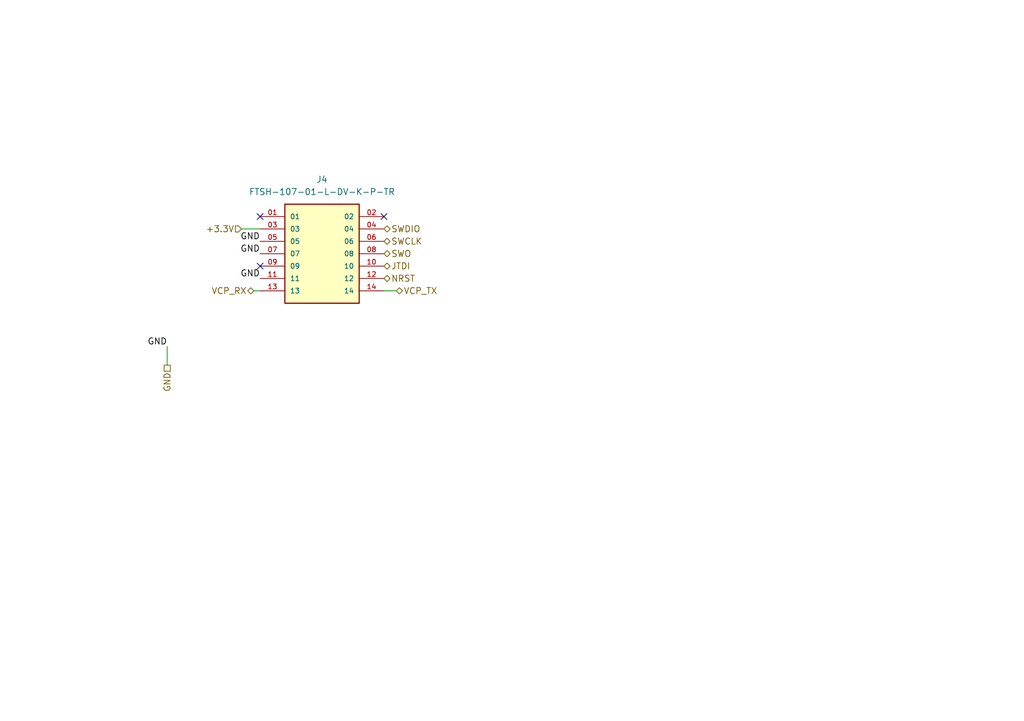
<source format=kicad_sch>
(kicad_sch (version 20250114) (generator "eeschema") (generator_version "9.0")
  (paper "A5")
  (title_block (date "2023-05-14") (rev "1"))
  (lib_symbols
    (symbol "CREPP_Connectors_1_27mm:FTSH-107-01-L-DV-K-P-TR" (pin_names (offset 1.016))
      (property "Reference" "J" (at -8.12 10.16 0))
      (property "Value" "FTSH-107-01-L-DV-K-P-TR" (at -7.62 -12.7 0))
      (symbol "FTSH-107-01-L-DV-K-P-TR_0_0"
        (rectangle (start -7.62 -10.16) (end 7.62 10.16) (stroke (width 0.254)) (fill (type background)))
        (pin passive line (at -12.7 7.62 0) (length 5.08) (name "01") (number "01"))
        (pin passive line (at -12.7 5.08 0) (length 5.08) (name "03") (number "03"))
        (pin passive line (at -12.7 2.54 0) (length 5.08) (name "05") (number "05"))
        (pin passive line (at -12.7 0 0) (length 5.08) (name "07") (number "07"))
        (pin passive line (at -12.7 -2.54 0) (length 5.08) (name "09") (number "09"))
        (pin passive line (at -12.7 -5.08 0) (length 5.08) (name "11") (number "11"))
        (pin passive line (at -12.7 -7.62 0) (length 5.08) (name "13") (number "13"))
        (pin passive line (at 12.7 7.62 180) (length 5.08) (name "02") (number "02"))
        (pin passive line (at 12.7 5.08 180) (length 5.08) (name "04") (number "04"))
        (pin passive line (at 12.7 2.54 180) (length 5.08) (name "06") (number "06"))
        (pin passive line (at 12.7 0 180) (length 5.08) (name "08") (number "08"))
        (pin passive line (at 12.7 -2.54 180) (length 5.08) (name "10") (number "10"))
        (pin passive line (at 12.7 -5.08 180) (length 5.08) (name "12") (number "12"))
        (pin passive line (at 12.7 -7.62 180) (length 5.08) (name "14") (number "14"))
      )
    )
  )
  (no_connect (at 53.34 54.61))
  (no_connect (at 78.74 44.45))
  (no_connect (at 53.34 44.45))
  (wire (pts (xy 49.53 46.99) (xy 53.34 46.99)))
  (wire (pts (xy 34.29 71.12) (xy 34.29 74.93)))
  (wire (pts (xy 52.07 59.69) (xy 53.34 59.69)))
  (wire (pts (xy 78.74 59.69) (xy 81.28 59.69)))
  (label "GND" (at 53.34 49.53 180))
  (label "GND" (at 34.29 71.12 180))
  (label "GND" (at 53.34 57.15 180))
  (label "GND" (at 53.34 52.07 180))
  (hierarchical_label "GND" (shape passive) (at 34.29 74.93 270))
  (hierarchical_label "+3.3V" (shape input) (at 49.53 46.99 180))
  (hierarchical_label "VCP_TX" (shape bidirectional) (at 81.28 59.69 0))
  (hierarchical_label "VCP_RX" (shape bidirectional) (at 52.07 59.69 180))
  (hierarchical_label "JTDI" (shape bidirectional) (at 78.74 54.61 0))
  (hierarchical_label "NRST" (shape bidirectional) (at 78.74 57.15 0))
  (hierarchical_label "SWDIO" (shape bidirectional) (at 78.74 46.99 0))
  (hierarchical_label "SWCLK" (shape bidirectional) (at 78.74 49.53 0))
  (hierarchical_label "SWO" (shape bidirectional) (at 78.74 52.07 0))
  (symbol (lib_id "CREPP_Connectors_1_27mm:FTSH-107-01-L-DV-K-P-TR") (at 66.04 52.07 0) (unit 1)
    (property "Reference" "J4" (at 66.04 36.83 0))
    (property "Value" "FTSH-107-01-L-DV-K-P-TR" (at 66.04 39.37 0))
    (property "Footprint" "CREPP_Connectors_1_27mm:SAMTEC_FTSH-107-01-L-DV-K-P-TR" (effects (hide yes)))
    (property "PARTREV" "R" (effects (hide yes)))
    (property "MANUFACTURER" "Samtec" (effects (hide yes)))
    (property "STANDARD" "Manufacturer Recommendations" (effects (hide yes)))
  )
)
</source>
